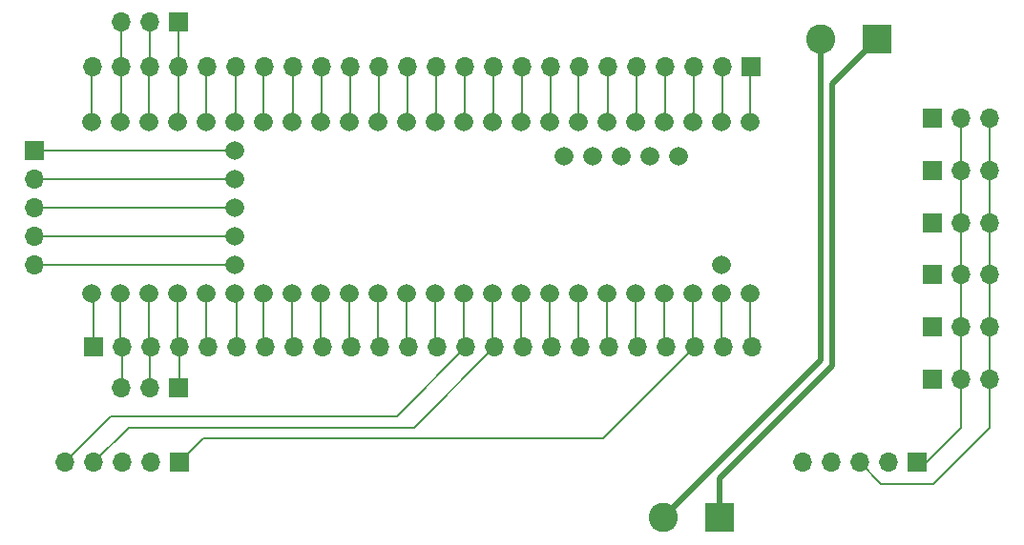
<source format=gbr>
%TF.GenerationSoftware,KiCad,Pcbnew,8.0.2*%
%TF.CreationDate,2024-06-25T21:58:57+02:00*%
%TF.ProjectId,Robo_V2.0-Teensy,526f626f-5f56-4322-9e30-2d5465656e73,rev?*%
%TF.SameCoordinates,Original*%
%TF.FileFunction,Copper,L1,Top*%
%TF.FilePolarity,Positive*%
%FSLAX46Y46*%
G04 Gerber Fmt 4.6, Leading zero omitted, Abs format (unit mm)*
G04 Created by KiCad (PCBNEW 8.0.2) date 2024-06-25 21:58:57*
%MOMM*%
%LPD*%
G01*
G04 APERTURE LIST*
%TA.AperFunction,ComponentPad*%
%ADD10R,1.700000X1.700000*%
%TD*%
%TA.AperFunction,ComponentPad*%
%ADD11O,1.700000X1.700000*%
%TD*%
%TA.AperFunction,ComponentPad*%
%ADD12C,1.665000*%
%TD*%
%TA.AperFunction,ComponentPad*%
%ADD13R,2.600000X2.600000*%
%TD*%
%TA.AperFunction,ComponentPad*%
%ADD14C,2.600000*%
%TD*%
%TA.AperFunction,Conductor*%
%ADD15C,0.200000*%
%TD*%
%TA.AperFunction,Conductor*%
%ADD16C,0.500000*%
%TD*%
G04 APERTURE END LIST*
D10*
%TO.P,IR6,1,Pin_1*%
%TO.N,/5*%
X230920000Y-67750000D03*
D11*
%TO.P,IR6,2,Pin_2*%
%TO.N,/VCC1*%
X233460000Y-67750000D03*
%TO.P,IR6,3,Pin_3*%
%TO.N,/GND1*%
X236000000Y-67750000D03*
%TD*%
D10*
%TO.P,IR5,1,Pin_1*%
%TO.N,/4*%
X230920000Y-63100000D03*
D11*
%TO.P,IR5,2,Pin_2*%
%TO.N,/VCC1*%
X233460000Y-63100000D03*
%TO.P,IR5,3,Pin_3*%
%TO.N,/GND1*%
X236000000Y-63100000D03*
%TD*%
D10*
%TO.P,IR4,1,Pin_1*%
%TO.N,/3*%
X230920000Y-58450000D03*
D11*
%TO.P,IR4,2,Pin_2*%
%TO.N,/VCC1*%
X233460000Y-58450000D03*
%TO.P,IR4,3,Pin_3*%
%TO.N,/GND1*%
X236000000Y-58450000D03*
%TD*%
D10*
%TO.P,IR3,1,Pin_1*%
%TO.N,/2*%
X230920000Y-53800000D03*
D11*
%TO.P,IR3,2,Pin_2*%
%TO.N,/VCC1*%
X233460000Y-53800000D03*
%TO.P,IR3,3,Pin_3*%
%TO.N,/GND1*%
X236000000Y-53800000D03*
%TD*%
D10*
%TO.P,IR2,1,Pin_1*%
%TO.N,/1*%
X230920000Y-49150000D03*
D11*
%TO.P,IR2,2,Pin_2*%
%TO.N,/VCC1*%
X233460000Y-49150000D03*
%TO.P,IR2,3,Pin_3*%
%TO.N,/GND1*%
X236000000Y-49150000D03*
%TD*%
D10*
%TO.P,IR1,1,Pin_1*%
%TO.N,/0*%
X230920000Y-44500000D03*
D11*
%TO.P,IR1,2,Pin_2*%
%TO.N,/VCC1*%
X233460000Y-44500000D03*
%TO.P,IR1,3,Pin_3*%
%TO.N,/GND1*%
X236000000Y-44500000D03*
%TD*%
D10*
%TO.P,JR1,1,Pin_1*%
%TO.N,/GND1*%
X214820000Y-39930000D03*
D11*
%TO.P,JR1,2,Pin_2*%
%TO.N,/0*%
X212280000Y-39930000D03*
%TO.P,JR1,3,Pin_3*%
%TO.N,/1*%
X209740000Y-39930000D03*
%TO.P,JR1,4,Pin_4*%
%TO.N,/2*%
X207200000Y-39930000D03*
%TO.P,JR1,5,Pin_5*%
%TO.N,/3*%
X204660000Y-39930000D03*
%TO.P,JR1,6,Pin_6*%
%TO.N,/4*%
X202120000Y-39930000D03*
%TO.P,JR1,7,Pin_7*%
%TO.N,/5*%
X199580000Y-39930000D03*
%TO.P,JR1,8,Pin_8*%
%TO.N,/6*%
X197040000Y-39930000D03*
%TO.P,JR1,9,Pin_9*%
%TO.N,/7*%
X194500000Y-39930000D03*
%TO.P,JR1,10,Pin_10*%
%TO.N,/8*%
X191960000Y-39930000D03*
%TO.P,JR1,11,Pin_11*%
%TO.N,/9*%
X189420000Y-39930000D03*
%TO.P,JR1,12,Pin_12*%
%TO.N,/10*%
X186880000Y-39930000D03*
%TO.P,JR1,13,Pin_13*%
%TO.N,/11*%
X184340000Y-39930000D03*
%TO.P,JR1,14,Pin_14*%
%TO.N,/12*%
X181800000Y-39930000D03*
%TO.P,JR1,15,Pin_15*%
%TO.N,/VCC3*%
X179260000Y-39930000D03*
%TO.P,JR1,16,Pin_16*%
%TO.N,/24*%
X176720000Y-39930000D03*
%TO.P,JR1,17,Pin_17*%
%TO.N,/25*%
X174180000Y-39930000D03*
%TO.P,JR1,18,Pin_18*%
%TO.N,/26*%
X171640000Y-39930000D03*
%TO.P,JR1,19,Pin_19*%
%TO.N,/27*%
X169100000Y-39930000D03*
%TO.P,JR1,20,Pin_20*%
%TO.N,/28*%
X166560000Y-39930000D03*
%TO.P,JR1,21,Pin_21*%
%TO.N,/29*%
X164020000Y-39930000D03*
%TO.P,JR1,22,Pin_22*%
%TO.N,/30*%
X161480000Y-39930000D03*
%TO.P,JR1,23,Pin_23*%
%TO.N,/31*%
X158940000Y-39930000D03*
%TO.P,JR1,24,Pin_24*%
%TO.N,/32*%
X156400000Y-39930000D03*
%TD*%
D10*
%TO.P,JL1,1,Pin_1*%
%TO.N,/33*%
X156510000Y-64880000D03*
D11*
%TO.P,JL1,2,Pin_2*%
%TO.N,/34*%
X159050000Y-64880000D03*
%TO.P,JL1,3,Pin_3*%
%TO.N,/35*%
X161590000Y-64880000D03*
%TO.P,JL1,4,Pin_4*%
%TO.N,/36*%
X164130000Y-64880000D03*
%TO.P,JL1,5,Pin_5*%
%TO.N,/37*%
X166670000Y-64880000D03*
%TO.P,JL1,6,Pin_6*%
%TO.N,/38*%
X169210000Y-64880000D03*
%TO.P,JL1,7,Pin_7*%
%TO.N,/39*%
X171750000Y-64880000D03*
%TO.P,JL1,8,Pin_8*%
%TO.N,/40*%
X174290000Y-64880000D03*
%TO.P,JL1,9,Pin_9*%
%TO.N,/41*%
X176830000Y-64880000D03*
%TO.P,JL1,10,Pin_10*%
%TO.N,/GND2*%
X179370000Y-64880000D03*
%TO.P,JL1,11,Pin_11*%
%TO.N,/13*%
X181910000Y-64880000D03*
%TO.P,JL1,12,Pin_12*%
%TO.N,/14*%
X184450000Y-64880000D03*
%TO.P,JL1,13,Pin_13*%
%TO.N,/15*%
X186990000Y-64880000D03*
%TO.P,JL1,14,Pin_14*%
%TO.N,/16*%
X189530000Y-64880000D03*
%TO.P,JL1,15,Pin_15*%
%TO.N,/17*%
X192070000Y-64880000D03*
%TO.P,JL1,16,Pin_16*%
%TO.N,/18*%
X194610000Y-64880000D03*
%TO.P,JL1,17,Pin_17*%
%TO.N,/19*%
X197150000Y-64880000D03*
%TO.P,JL1,18,Pin_18*%
%TO.N,/20*%
X199690000Y-64880000D03*
%TO.P,JL1,19,Pin_19*%
%TO.N,/21*%
X202230000Y-64880000D03*
%TO.P,JL1,20,Pin_20*%
%TO.N,/22*%
X204770000Y-64880000D03*
%TO.P,JL1,21,Pin_21*%
%TO.N,/23*%
X207310000Y-64880000D03*
%TO.P,JL1,22,Pin_22*%
%TO.N,/VCC1*%
X209850000Y-64880000D03*
%TO.P,JL1,23,Pin_23*%
%TO.N,/GND3*%
X212390000Y-64880000D03*
%TO.P,JL1,24,Pin_24*%
%TO.N,/Vin*%
X214930000Y-64880000D03*
%TD*%
D10*
%TO.P,J3,1,Pin_1*%
%TO.N,/VBAT*%
X151200000Y-47430000D03*
D11*
%TO.P,J3,2,Pin_2*%
%TO.N,/VCC4*%
X151200000Y-49970000D03*
%TO.P,J3,3,Pin_3*%
%TO.N,/GND4*%
X151200000Y-52510000D03*
%TO.P,J3,4,Pin_4*%
%TO.N,/Program*%
X151200000Y-55050000D03*
%TO.P,J3,5,Pin_5*%
%TO.N,/ON{slash}OFF*%
X151200000Y-57590000D03*
%TD*%
D10*
%TO.P,Gyro2,1,Pin_1*%
%TO.N,/VCC1*%
X164075000Y-75125000D03*
D11*
%TO.P,Gyro2,2,Pin_2*%
%TO.N,unconnected-(Gyro2-Pin_2-Pad2)*%
X161535000Y-75125000D03*
%TO.P,Gyro2,3,Pin_3*%
%TO.N,/GND2*%
X158995000Y-75125000D03*
%TO.P,Gyro2,4,Pin_4*%
%TO.N,/17*%
X156455000Y-75125000D03*
%TO.P,Gyro2,5,Pin_5*%
%TO.N,/16*%
X153915000Y-75125000D03*
%TD*%
D12*
%TO.P,IC1,1,TX1*%
%TO.N,/1*%
X209630000Y-44880000D03*
%TO.P,IC1,2,OUT2*%
%TO.N,/2*%
X207090000Y-44880000D03*
%TO.P,IC1,3,LRCLK2*%
%TO.N,/3*%
X204550000Y-44880000D03*
%TO.P,IC1,4,BCLK2*%
%TO.N,/4*%
X202010000Y-44880000D03*
%TO.P,IC1,5,IN2*%
%TO.N,/5*%
X199470000Y-44880000D03*
%TO.P,IC1,6,OUT1D*%
%TO.N,/6*%
X196930000Y-44880000D03*
%TO.P,IC1,7,RX2*%
%TO.N,/7*%
X194390000Y-44880000D03*
%TO.P,IC1,8,TX2*%
%TO.N,/8*%
X191850000Y-44880000D03*
%TO.P,IC1,9,OUT1C*%
%TO.N,/9*%
X189310000Y-44880000D03*
%TO.P,IC1,10,CS_1*%
%TO.N,/10*%
X186770000Y-44880000D03*
%TO.P,IC1,11,MOSI*%
%TO.N,/11*%
X184230000Y-44880000D03*
%TO.P,IC1,12,MISO*%
%TO.N,/12*%
X181690000Y-44880000D03*
%TO.P,IC1,13,SCK*%
%TO.N,/13*%
X181690000Y-60120000D03*
%TO.P,IC1,14,A0*%
%TO.N,/14*%
X184230000Y-60120000D03*
%TO.P,IC1,15,A1*%
%TO.N,/15*%
X186770000Y-60120000D03*
%TO.P,IC1,16,A2*%
%TO.N,/16*%
X189310000Y-60120000D03*
%TO.P,IC1,17,A3*%
%TO.N,/17*%
X191850000Y-60120000D03*
%TO.P,IC1,18,A4*%
%TO.N,/18*%
X194390000Y-60120000D03*
%TO.P,IC1,19,A5*%
%TO.N,/19*%
X196930000Y-60120000D03*
%TO.P,IC1,20,A6*%
%TO.N,/20*%
X199470000Y-60120000D03*
%TO.P,IC1,21,A7*%
%TO.N,/21*%
X202010000Y-60120000D03*
%TO.P,IC1,22,A8*%
%TO.N,/22*%
X204550000Y-60120000D03*
%TO.P,IC1,23,A9*%
%TO.N,/23*%
X207090000Y-60120000D03*
%TO.P,IC1,24,A10*%
%TO.N,/24*%
X176610000Y-44880000D03*
%TO.P,IC1,25,A11*%
%TO.N,/25*%
X174070000Y-44880000D03*
%TO.P,IC1,26,A12*%
%TO.N,/26*%
X171530000Y-44880000D03*
%TO.P,IC1,27,A13*%
%TO.N,/27*%
X168990000Y-44880000D03*
%TO.P,IC1,28,RX7*%
%TO.N,/28*%
X166450000Y-44880000D03*
%TO.P,IC1,29,TX7*%
%TO.N,/29*%
X163910000Y-44880000D03*
%TO.P,IC1,30,CRX3*%
%TO.N,/30*%
X161370000Y-44880000D03*
%TO.P,IC1,31,CTX3*%
%TO.N,/31*%
X158830000Y-44880000D03*
%TO.P,IC1,32,OUT1B*%
%TO.N,/32*%
X156290000Y-44880000D03*
%TO.P,IC1,33,MCLK2*%
%TO.N,/33*%
X156290000Y-60120000D03*
%TO.P,IC1,34,RX8*%
%TO.N,/34*%
X158830000Y-60120000D03*
%TO.P,IC1,35,TX8*%
%TO.N,/35*%
X161370000Y-60120000D03*
%TO.P,IC1,36,CS_2*%
%TO.N,/36*%
X163910000Y-60120000D03*
%TO.P,IC1,37,CS_3*%
%TO.N,/37*%
X166450000Y-60120000D03*
%TO.P,IC1,38,A14*%
%TO.N,/38*%
X168990000Y-60120000D03*
%TO.P,IC1,39,A15*%
%TO.N,/39*%
X171530000Y-60120000D03*
%TO.P,IC1,40,A16*%
%TO.N,/40*%
X174070000Y-60120000D03*
%TO.P,IC1,41,A17*%
%TO.N,/41*%
X176610000Y-60120000D03*
%TO.P,IC1,42,3.3V_1*%
%TO.N,/VCC3*%
X179150000Y-44880000D03*
%TO.P,IC1,43,VBAT*%
%TO.N,/VBAT*%
X168990000Y-47420000D03*
%TO.P,IC1,44,3.3V_2*%
%TO.N,/VCC4*%
X168990000Y-49960000D03*
%TO.P,IC1,45,GND_1*%
%TO.N,/GND4*%
X168990000Y-52500000D03*
%TO.P,IC1,46,PROGRAM*%
%TO.N,/Program*%
X168990000Y-55040000D03*
%TO.P,IC1,47,ON/OFF*%
%TO.N,/ON{slash}OFF*%
X168990000Y-57580000D03*
%TO.P,IC1,48,GND_2*%
%TO.N,unconnected-(IC1-GND_2-Pad48)*%
X198200000Y-47930000D03*
%TO.P,IC1,49,GND_3*%
%TO.N,unconnected-(IC1-GND_3-Pad49)*%
X200740000Y-47930000D03*
%TO.P,IC1,50,D+*%
%TO.N,unconnected-(IC1-D+-Pad50)*%
X203280000Y-47930000D03*
%TO.P,IC1,51,D-*%
%TO.N,unconnected-(IC1-D--Pad51)*%
X205820000Y-47930000D03*
%TO.P,IC1,52,+5V*%
%TO.N,unconnected-(IC1-+5V-Pad52)*%
X208360000Y-47930000D03*
%TO.P,IC1,53,3.3V_(250_M_A_MAX)*%
%TO.N,/VCC1*%
X209630000Y-60120000D03*
%TO.P,IC1,55,VIN_(3.6_TO_5.5_VOLTS)*%
%TO.N,/Vin*%
X214710000Y-60120000D03*
%TO.P,IC1,57,RX1*%
%TO.N,/0*%
X212170000Y-44880000D03*
%TO.P,IC1,68,VUSB*%
%TO.N,unconnected-(IC1-VUSB-Pad68)*%
X212170000Y-57580000D03*
%TO.P,IC1,69,GND_4*%
%TO.N,/GND2*%
X179150000Y-60120000D03*
%TO.P,IC1,70,GND_5*%
%TO.N,/GND3*%
X212170000Y-60120000D03*
%TO.P,IC1,71,GND_6*%
%TO.N,/GND1*%
X214710000Y-44880000D03*
%TD*%
D10*
%TO.P,H1,1,Pin_1*%
%TO.N,/36*%
X164040000Y-68500000D03*
D11*
%TO.P,H1,2,Pin_2*%
%TO.N,/35*%
X161500000Y-68500000D03*
%TO.P,H1,3,Pin_3*%
%TO.N,/34*%
X158960000Y-68500000D03*
%TD*%
D13*
%TO.P,Input1,1,Pin_1*%
%TO.N,Net-(Input1-Pin_1)*%
X212000000Y-80000000D03*
D14*
%TO.P,Input1,2,Pin_2*%
%TO.N,Net-(Input1-Pin_2)*%
X207000000Y-80000000D03*
%TD*%
D10*
%TO.P,H2,1,Pin_1*%
%TO.N,/29*%
X164025000Y-36000000D03*
D11*
%TO.P,H2,2,Pin_2*%
%TO.N,/30*%
X161485000Y-36000000D03*
%TO.P,H2,3,Pin_3*%
%TO.N,/31*%
X158945000Y-36000000D03*
%TD*%
D13*
%TO.P,LED1,1,Pin_1*%
%TO.N,Net-(Input1-Pin_1)*%
X226000000Y-37500000D03*
D14*
%TO.P,LED1,2,Pin_2*%
%TO.N,Net-(Input1-Pin_2)*%
X221000000Y-37500000D03*
%TD*%
D10*
%TO.P,Gyro1,1,Pin_1*%
%TO.N,/VCC1*%
X229575000Y-75125000D03*
D11*
%TO.P,Gyro1,2,Pin_2*%
%TO.N,unconnected-(Gyro1-Pin_2-Pad2)*%
X227035000Y-75125000D03*
%TO.P,Gyro1,3,Pin_3*%
%TO.N,/GND1*%
X224495000Y-75125000D03*
%TO.P,Gyro1,4,Pin_4*%
%TO.N,/18*%
X221955000Y-75125000D03*
%TO.P,Gyro1,5,Pin_5*%
%TO.N,/19*%
X219415000Y-75125000D03*
%TD*%
D15*
%TO.N,/GND1*%
X236000000Y-44500000D02*
X236000000Y-49150000D01*
X236000000Y-49150000D02*
X236000000Y-53800000D01*
X236000000Y-53800000D02*
X236000000Y-58450000D01*
X236000000Y-58450000D02*
X236000000Y-63100000D01*
X236000000Y-67750000D02*
X236000000Y-63100000D01*
X231000000Y-77000000D02*
X236000000Y-72000000D01*
X236000000Y-72000000D02*
X236000000Y-67750000D01*
X226370000Y-77000000D02*
X231000000Y-77000000D01*
X224495000Y-75125000D02*
X226370000Y-77000000D01*
%TO.N,/VCC1*%
X230375000Y-75125000D02*
X229575000Y-75125000D01*
X233460000Y-72040000D02*
X230375000Y-75125000D01*
X233460000Y-67750000D02*
X233460000Y-72040000D01*
X233460000Y-44500000D02*
X233460000Y-49150000D01*
X233460000Y-49150000D02*
X233460000Y-53800000D01*
X233460000Y-53800000D02*
X233460000Y-58450000D01*
X233460000Y-67750000D02*
X233460000Y-63100000D01*
X233460000Y-63100000D02*
X233460000Y-58450000D01*
X201730000Y-73000000D02*
X209850000Y-64880000D01*
X166200000Y-73000000D02*
X201730000Y-73000000D01*
X164075000Y-75125000D02*
X166200000Y-73000000D01*
%TO.N,/17*%
X184950000Y-72000000D02*
X192070000Y-64880000D01*
X159580000Y-72000000D02*
X184950000Y-72000000D01*
X156455000Y-75125000D02*
X159580000Y-72000000D01*
%TO.N,/16*%
X158040000Y-71000000D02*
X183410000Y-71000000D01*
X183410000Y-71000000D02*
X189530000Y-64880000D01*
X153915000Y-75125000D02*
X158040000Y-71000000D01*
%TO.N,/ON{slash}OFF*%
X151210000Y-57580000D02*
X151200000Y-57590000D01*
X168990000Y-57580000D02*
X151210000Y-57580000D01*
%TO.N,/Program*%
X151210000Y-55040000D02*
X151200000Y-55050000D01*
X168990000Y-55040000D02*
X151210000Y-55040000D01*
%TO.N,/GND4*%
X151210000Y-52500000D02*
X151200000Y-52510000D01*
X168990000Y-52500000D02*
X151210000Y-52500000D01*
%TO.N,/VCC4*%
X151210000Y-49960000D02*
X151200000Y-49970000D01*
X168990000Y-49960000D02*
X151210000Y-49960000D01*
%TO.N,/VBAT*%
X151210000Y-47420000D02*
X151200000Y-47430000D01*
X168990000Y-47420000D02*
X151210000Y-47420000D01*
%TO.N,/29*%
X164025000Y-39925000D02*
X164020000Y-39930000D01*
X164025000Y-36000000D02*
X164025000Y-39925000D01*
%TO.N,/30*%
X161485000Y-39925000D02*
X161480000Y-39930000D01*
X161485000Y-36000000D02*
X161485000Y-39925000D01*
%TO.N,/31*%
X158945000Y-39925000D02*
X158940000Y-39930000D01*
X158945000Y-36000000D02*
X158945000Y-39925000D01*
%TO.N,/32*%
X156290000Y-40040000D02*
X156400000Y-39930000D01*
X156290000Y-44880000D02*
X156290000Y-40040000D01*
%TO.N,/31*%
X158940000Y-44770000D02*
X158830000Y-44880000D01*
X158940000Y-39930000D02*
X158940000Y-44770000D01*
%TO.N,/30*%
X161370000Y-40040000D02*
X161480000Y-39930000D01*
X161370000Y-44880000D02*
X161370000Y-40040000D01*
%TO.N,/29*%
X164020000Y-44770000D02*
X163910000Y-44880000D01*
X164020000Y-39930000D02*
X164020000Y-44770000D01*
%TO.N,/28*%
X166450000Y-40040000D02*
X166560000Y-39930000D01*
X166450000Y-44880000D02*
X166450000Y-40040000D01*
%TO.N,/27*%
X169100000Y-44770000D02*
X168990000Y-44880000D01*
X169100000Y-39930000D02*
X169100000Y-44770000D01*
%TO.N,/26*%
X171530000Y-40040000D02*
X171640000Y-39930000D01*
X171530000Y-44880000D02*
X171530000Y-40040000D01*
%TO.N,/25*%
X174180000Y-44770000D02*
X174070000Y-44880000D01*
X174180000Y-39930000D02*
X174180000Y-44770000D01*
%TO.N,/24*%
X176720000Y-44770000D02*
X176610000Y-44880000D01*
X176720000Y-39930000D02*
X176720000Y-44770000D01*
%TO.N,/VCC3*%
X179260000Y-44770000D02*
X179150000Y-44880000D01*
X179260000Y-39930000D02*
X179260000Y-44770000D01*
%TO.N,/12*%
X181800000Y-44770000D02*
X181690000Y-44880000D01*
X181800000Y-39930000D02*
X181800000Y-44770000D01*
%TO.N,/11*%
X184340000Y-44770000D02*
X184230000Y-44880000D01*
X184340000Y-39930000D02*
X184340000Y-44770000D01*
%TO.N,/10*%
X186880000Y-39930000D02*
X186880000Y-44770000D01*
X186880000Y-44770000D02*
X186770000Y-44880000D01*
%TO.N,/9*%
X189420000Y-44770000D02*
X189310000Y-44880000D01*
X189420000Y-39930000D02*
X189420000Y-44770000D01*
%TO.N,/8*%
X191960000Y-44770000D02*
X191850000Y-44880000D01*
X191960000Y-39930000D02*
X191960000Y-44770000D01*
%TO.N,/7*%
X194500000Y-44770000D02*
X194390000Y-44880000D01*
X194500000Y-39930000D02*
X194500000Y-44770000D01*
%TO.N,/6*%
X197040000Y-44770000D02*
X196930000Y-44880000D01*
X197040000Y-39930000D02*
X197040000Y-44770000D01*
%TO.N,/5*%
X199470000Y-40040000D02*
X199580000Y-39930000D01*
X199470000Y-44880000D02*
X199470000Y-40040000D01*
%TO.N,/4*%
X202120000Y-44770000D02*
X202010000Y-44880000D01*
X202120000Y-39930000D02*
X202120000Y-44770000D01*
%TO.N,/3*%
X204660000Y-44770000D02*
X204550000Y-44880000D01*
X204660000Y-39930000D02*
X204660000Y-44770000D01*
%TO.N,/2*%
X207200000Y-44770000D02*
X207090000Y-44880000D01*
X207200000Y-39930000D02*
X207200000Y-44770000D01*
%TO.N,/1*%
X209740000Y-44770000D02*
X209630000Y-44880000D01*
X209740000Y-39930000D02*
X209740000Y-44770000D01*
%TO.N,/0*%
X212280000Y-44770000D02*
X212170000Y-44880000D01*
X212280000Y-39930000D02*
X212280000Y-44770000D01*
%TO.N,/GND1*%
X214710000Y-40040000D02*
X214820000Y-39930000D01*
X214710000Y-44880000D02*
X214710000Y-40040000D01*
%TO.N,/Vin*%
X214710000Y-64660000D02*
X214930000Y-64880000D01*
X214710000Y-60120000D02*
X214710000Y-64660000D01*
%TO.N,/GND3*%
X212170000Y-64660000D02*
X212390000Y-64880000D01*
X212170000Y-60120000D02*
X212170000Y-64660000D01*
%TO.N,/VCC1*%
X209630000Y-64660000D02*
X209850000Y-64880000D01*
X209630000Y-60120000D02*
X209630000Y-64660000D01*
%TO.N,/23*%
X207090000Y-64660000D02*
X207310000Y-64880000D01*
X207090000Y-60120000D02*
X207090000Y-64660000D01*
%TO.N,/22*%
X204550000Y-64660000D02*
X204770000Y-64880000D01*
X204550000Y-60120000D02*
X204550000Y-64660000D01*
%TO.N,/21*%
X202010000Y-64660000D02*
X202230000Y-64880000D01*
X202010000Y-60120000D02*
X202010000Y-64660000D01*
%TO.N,/20*%
X199470000Y-64660000D02*
X199690000Y-64880000D01*
X199470000Y-60120000D02*
X199470000Y-64660000D01*
%TO.N,/19*%
X196930000Y-64660000D02*
X197150000Y-64880000D01*
X196930000Y-60120000D02*
X196930000Y-64660000D01*
%TO.N,/18*%
X194390000Y-64660000D02*
X194610000Y-64880000D01*
X194390000Y-60120000D02*
X194390000Y-64660000D01*
%TO.N,/17*%
X191850000Y-64660000D02*
X192070000Y-64880000D01*
X191850000Y-60120000D02*
X191850000Y-64660000D01*
%TO.N,/16*%
X189310000Y-64660000D02*
X189530000Y-64880000D01*
X189310000Y-60120000D02*
X189310000Y-64660000D01*
%TO.N,/15*%
X186770000Y-60120000D02*
X186770000Y-64660000D01*
X186770000Y-64660000D02*
X186990000Y-64880000D01*
%TO.N,/14*%
X184230000Y-64660000D02*
X184450000Y-64880000D01*
X184230000Y-60120000D02*
X184230000Y-64660000D01*
%TO.N,/13*%
X181690000Y-60120000D02*
X181690000Y-64660000D01*
X181690000Y-64660000D02*
X181910000Y-64880000D01*
%TO.N,/GND2*%
X179150000Y-60120000D02*
X179150000Y-64660000D01*
X179150000Y-64660000D02*
X179370000Y-64880000D01*
%TO.N,/41*%
X176610000Y-64660000D02*
X176830000Y-64880000D01*
X176610000Y-60120000D02*
X176610000Y-64660000D01*
%TO.N,/40*%
X174070000Y-64660000D02*
X174290000Y-64880000D01*
X174070000Y-60120000D02*
X174070000Y-64660000D01*
%TO.N,/39*%
X171530000Y-64660000D02*
X171750000Y-64880000D01*
X171530000Y-60120000D02*
X171530000Y-64660000D01*
%TO.N,/38*%
X169210000Y-60340000D02*
X168990000Y-60120000D01*
X169210000Y-64880000D02*
X169210000Y-60340000D01*
%TO.N,/36*%
X164130000Y-68410000D02*
X164040000Y-68500000D01*
X164130000Y-64880000D02*
X164130000Y-68410000D01*
%TO.N,/34*%
X159050000Y-68410000D02*
X158960000Y-68500000D01*
X159050000Y-64880000D02*
X159050000Y-68410000D01*
%TO.N,/35*%
X161500000Y-65500000D02*
X161500000Y-68500000D01*
X161590000Y-65410000D02*
X161500000Y-65500000D01*
X161590000Y-64880000D02*
X161590000Y-65410000D01*
%TO.N,/37*%
X166450000Y-64660000D02*
X166670000Y-64880000D01*
X166450000Y-60120000D02*
X166450000Y-64660000D01*
%TO.N,/36*%
X163910000Y-64660000D02*
X164130000Y-64880000D01*
X163910000Y-60120000D02*
X163910000Y-64660000D01*
%TO.N,/35*%
X161370000Y-64660000D02*
X161590000Y-64880000D01*
X161370000Y-60120000D02*
X161370000Y-64660000D01*
%TO.N,/34*%
X158830000Y-64660000D02*
X159050000Y-64880000D01*
X158830000Y-60120000D02*
X158830000Y-64660000D01*
%TO.N,/33*%
X156510000Y-60340000D02*
X156290000Y-60120000D01*
X156510000Y-64880000D02*
X156510000Y-60340000D01*
D16*
%TO.N,Net-(Input1-Pin_1)*%
X222000000Y-41500000D02*
X226000000Y-37500000D01*
X212000000Y-76500000D02*
X222000000Y-66500000D01*
X212000000Y-80000000D02*
X212000000Y-76500000D01*
X222000000Y-66500000D02*
X222000000Y-41500000D01*
%TO.N,Net-(Input1-Pin_2)*%
X221000000Y-66000000D02*
X221000000Y-37500000D01*
X207000000Y-80000000D02*
X221000000Y-66000000D01*
%TD*%
M02*

</source>
